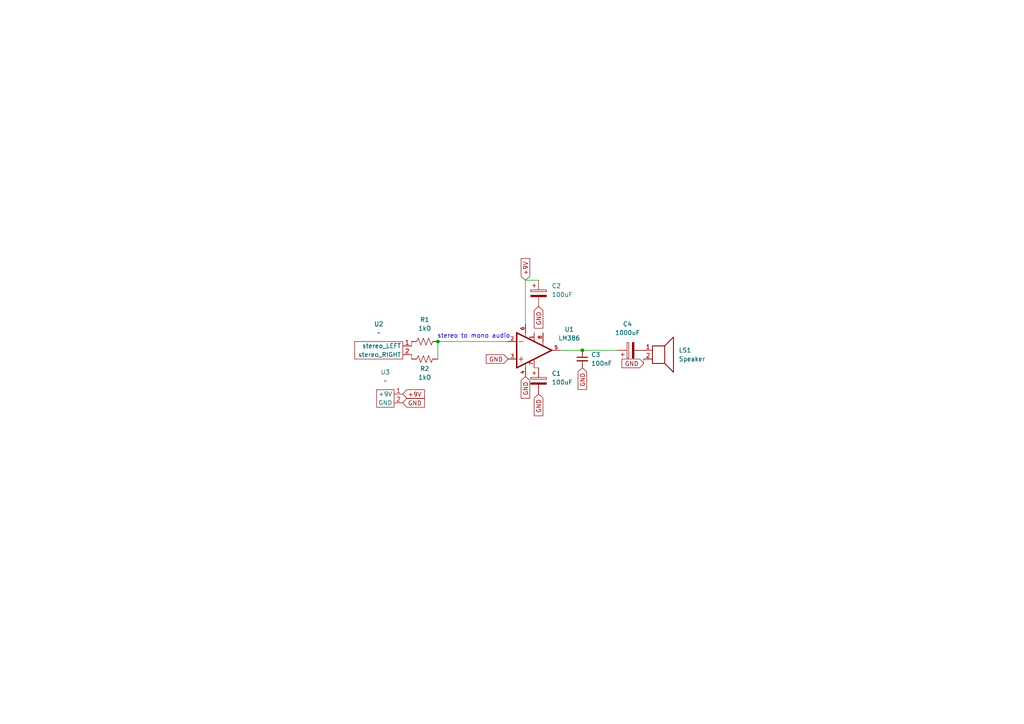
<source format=kicad_sch>
(kicad_sch
	(version 20250114)
	(generator "eeschema")
	(generator_version "9.0")
	(uuid "ecf8aec5-1626-4149-9fda-2c081ab33ce8")
	(paper "A4")
	(lib_symbols
		(symbol "Audio amp:_1_stereo_earphone_ports"
			(exclude_from_sim no)
			(in_bom yes)
			(on_board yes)
			(property "Reference" "U"
				(at 0 0 0)
				(effects
					(font
						(size 1.27 1.27)
					)
				)
			)
			(property "Value" ""
				(at 0 0 0)
				(effects
					(font
						(size 1.27 1.27)
					)
				)
			)
			(property "Footprint" ""
				(at 0 0 0)
				(effects
					(font
						(size 1.27 1.27)
					)
					(hide yes)
				)
			)
			(property "Datasheet" ""
				(at 0 0 0)
				(effects
					(font
						(size 1.27 1.27)
					)
					(hide yes)
				)
			)
			(property "Description" ""
				(at 0 0 0)
				(effects
					(font
						(size 1.27 1.27)
					)
					(hide yes)
				)
			)
			(symbol "_1_stereo_earphone_ports_0_1"
				(rectangle
					(start -6.35 -6.35)
					(end 7.62 -1.27)
					(stroke
						(width 0)
						(type default)
					)
					(fill
						(type none)
					)
				)
			)
			(symbol "_1_stereo_earphone_ports_1_1"
				(pin output line
					(at 10.16 -2.54 180)
					(length 2.54)
					(name "stereo_LEFT"
						(effects
							(font
								(size 1.27 1.27)
							)
						)
					)
					(number "1"
						(effects
							(font
								(size 1.27 1.27)
							)
						)
					)
				)
				(pin output line
					(at 10.16 -5.08 180)
					(length 2.54)
					(name "stereo_RIGHT"
						(effects
							(font
								(size 1.27 1.27)
							)
						)
					)
					(number "2"
						(effects
							(font
								(size 1.27 1.27)
							)
						)
					)
				)
			)
			(embedded_fonts no)
		)
		(symbol "Audio amp:_2_power"
			(exclude_from_sim no)
			(in_bom yes)
			(on_board yes)
			(property "Reference" "U"
				(at 0 0 0)
				(effects
					(font
						(size 1.27 1.27)
					)
				)
			)
			(property "Value" ""
				(at 0 0 0)
				(effects
					(font
						(size 1.27 1.27)
					)
				)
			)
			(property "Footprint" ""
				(at 0 0 0)
				(effects
					(font
						(size 1.27 1.27)
					)
					(hide yes)
				)
			)
			(property "Datasheet" ""
				(at 0 0 0)
				(effects
					(font
						(size 1.27 1.27)
					)
					(hide yes)
				)
			)
			(property "Description" ""
				(at 0 0 0)
				(effects
					(font
						(size 1.27 1.27)
					)
					(hide yes)
				)
			)
			(symbol "_2_power_0_1"
				(rectangle
					(start -5.08 -1.27)
					(end 0 -6.35)
					(stroke
						(width 0)
						(type default)
					)
					(fill
						(type none)
					)
				)
			)
			(symbol "_2_power_1_1"
				(pin output line
					(at 2.54 -2.54 180)
					(length 2.54)
					(name "+9V"
						(effects
							(font
								(size 1.27 1.27)
							)
						)
					)
					(number "1"
						(effects
							(font
								(size 1.27 1.27)
							)
						)
					)
				)
				(pin input line
					(at 2.54 -5.08 180)
					(length 2.54)
					(name "GND"
						(effects
							(font
								(size 1.27 1.27)
							)
						)
					)
					(number "2"
						(effects
							(font
								(size 1.27 1.27)
							)
						)
					)
				)
			)
			(embedded_fonts no)
		)
		(symbol "Device:C_Polarized"
			(pin_numbers
				(hide yes)
			)
			(pin_names
				(offset 0.254)
			)
			(exclude_from_sim no)
			(in_bom yes)
			(on_board yes)
			(property "Reference" "C"
				(at 0.635 2.54 0)
				(effects
					(font
						(size 1.27 1.27)
					)
					(justify left)
				)
			)
			(property "Value" "C_Polarized"
				(at 0.635 -2.54 0)
				(effects
					(font
						(size 1.27 1.27)
					)
					(justify left)
				)
			)
			(property "Footprint" ""
				(at 0.9652 -3.81 0)
				(effects
					(font
						(size 1.27 1.27)
					)
					(hide yes)
				)
			)
			(property "Datasheet" "~"
				(at 0 0 0)
				(effects
					(font
						(size 1.27 1.27)
					)
					(hide yes)
				)
			)
			(property "Description" "Polarized capacitor"
				(at 0 0 0)
				(effects
					(font
						(size 1.27 1.27)
					)
					(hide yes)
				)
			)
			(property "ki_keywords" "cap capacitor"
				(at 0 0 0)
				(effects
					(font
						(size 1.27 1.27)
					)
					(hide yes)
				)
			)
			(property "ki_fp_filters" "CP_*"
				(at 0 0 0)
				(effects
					(font
						(size 1.27 1.27)
					)
					(hide yes)
				)
			)
			(symbol "C_Polarized_0_1"
				(rectangle
					(start -2.286 0.508)
					(end 2.286 1.016)
					(stroke
						(width 0)
						(type default)
					)
					(fill
						(type none)
					)
				)
				(polyline
					(pts
						(xy -1.778 2.286) (xy -0.762 2.286)
					)
					(stroke
						(width 0)
						(type default)
					)
					(fill
						(type none)
					)
				)
				(polyline
					(pts
						(xy -1.27 2.794) (xy -1.27 1.778)
					)
					(stroke
						(width 0)
						(type default)
					)
					(fill
						(type none)
					)
				)
				(rectangle
					(start 2.286 -0.508)
					(end -2.286 -1.016)
					(stroke
						(width 0)
						(type default)
					)
					(fill
						(type outline)
					)
				)
			)
			(symbol "C_Polarized_1_1"
				(pin passive line
					(at 0 3.81 270)
					(length 2.794)
					(name "~"
						(effects
							(font
								(size 1.27 1.27)
							)
						)
					)
					(number "1"
						(effects
							(font
								(size 1.27 1.27)
							)
						)
					)
				)
				(pin passive line
					(at 0 -3.81 90)
					(length 2.794)
					(name "~"
						(effects
							(font
								(size 1.27 1.27)
							)
						)
					)
					(number "2"
						(effects
							(font
								(size 1.27 1.27)
							)
						)
					)
				)
			)
			(embedded_fonts no)
		)
		(symbol "Device:C_Small"
			(pin_numbers
				(hide yes)
			)
			(pin_names
				(offset 0.254)
				(hide yes)
			)
			(exclude_from_sim no)
			(in_bom yes)
			(on_board yes)
			(property "Reference" "C"
				(at 0.254 1.778 0)
				(effects
					(font
						(size 1.27 1.27)
					)
					(justify left)
				)
			)
			(property "Value" "C_Small"
				(at 0.254 -2.032 0)
				(effects
					(font
						(size 1.27 1.27)
					)
					(justify left)
				)
			)
			(property "Footprint" ""
				(at 0 0 0)
				(effects
					(font
						(size 1.27 1.27)
					)
					(hide yes)
				)
			)
			(property "Datasheet" "~"
				(at 0 0 0)
				(effects
					(font
						(size 1.27 1.27)
					)
					(hide yes)
				)
			)
			(property "Description" "Unpolarized capacitor, small symbol"
				(at 0 0 0)
				(effects
					(font
						(size 1.27 1.27)
					)
					(hide yes)
				)
			)
			(property "ki_keywords" "capacitor cap"
				(at 0 0 0)
				(effects
					(font
						(size 1.27 1.27)
					)
					(hide yes)
				)
			)
			(property "ki_fp_filters" "C_*"
				(at 0 0 0)
				(effects
					(font
						(size 1.27 1.27)
					)
					(hide yes)
				)
			)
			(symbol "C_Small_0_1"
				(polyline
					(pts
						(xy -1.524 0.508) (xy 1.524 0.508)
					)
					(stroke
						(width 0.3048)
						(type default)
					)
					(fill
						(type none)
					)
				)
				(polyline
					(pts
						(xy -1.524 -0.508) (xy 1.524 -0.508)
					)
					(stroke
						(width 0.3302)
						(type default)
					)
					(fill
						(type none)
					)
				)
			)
			(symbol "C_Small_1_1"
				(pin passive line
					(at 0 2.54 270)
					(length 2.032)
					(name "~"
						(effects
							(font
								(size 1.27 1.27)
							)
						)
					)
					(number "1"
						(effects
							(font
								(size 1.27 1.27)
							)
						)
					)
				)
				(pin passive line
					(at 0 -2.54 90)
					(length 2.032)
					(name "~"
						(effects
							(font
								(size 1.27 1.27)
							)
						)
					)
					(number "2"
						(effects
							(font
								(size 1.27 1.27)
							)
						)
					)
				)
			)
			(embedded_fonts no)
		)
		(symbol "Device:R_US"
			(pin_numbers
				(hide yes)
			)
			(pin_names
				(offset 0)
			)
			(exclude_from_sim no)
			(in_bom yes)
			(on_board yes)
			(property "Reference" "R"
				(at 2.54 0 90)
				(effects
					(font
						(size 1.27 1.27)
					)
				)
			)
			(property "Value" "R_US"
				(at -2.54 0 90)
				(effects
					(font
						(size 1.27 1.27)
					)
				)
			)
			(property "Footprint" ""
				(at 1.016 -0.254 90)
				(effects
					(font
						(size 1.27 1.27)
					)
					(hide yes)
				)
			)
			(property "Datasheet" "~"
				(at 0 0 0)
				(effects
					(font
						(size 1.27 1.27)
					)
					(hide yes)
				)
			)
			(property "Description" "Resistor, US symbol"
				(at 0 0 0)
				(effects
					(font
						(size 1.27 1.27)
					)
					(hide yes)
				)
			)
			(property "ki_keywords" "R res resistor"
				(at 0 0 0)
				(effects
					(font
						(size 1.27 1.27)
					)
					(hide yes)
				)
			)
			(property "ki_fp_filters" "R_*"
				(at 0 0 0)
				(effects
					(font
						(size 1.27 1.27)
					)
					(hide yes)
				)
			)
			(symbol "R_US_0_1"
				(polyline
					(pts
						(xy 0 2.286) (xy 0 2.54)
					)
					(stroke
						(width 0)
						(type default)
					)
					(fill
						(type none)
					)
				)
				(polyline
					(pts
						(xy 0 2.286) (xy 1.016 1.905) (xy 0 1.524) (xy -1.016 1.143) (xy 0 0.762)
					)
					(stroke
						(width 0)
						(type default)
					)
					(fill
						(type none)
					)
				)
				(polyline
					(pts
						(xy 0 0.762) (xy 1.016 0.381) (xy 0 0) (xy -1.016 -0.381) (xy 0 -0.762)
					)
					(stroke
						(width 0)
						(type default)
					)
					(fill
						(type none)
					)
				)
				(polyline
					(pts
						(xy 0 -0.762) (xy 1.016 -1.143) (xy 0 -1.524) (xy -1.016 -1.905) (xy 0 -2.286)
					)
					(stroke
						(width 0)
						(type default)
					)
					(fill
						(type none)
					)
				)
				(polyline
					(pts
						(xy 0 -2.286) (xy 0 -2.54)
					)
					(stroke
						(width 0)
						(type default)
					)
					(fill
						(type none)
					)
				)
			)
			(symbol "R_US_1_1"
				(pin passive line
					(at 0 3.81 270)
					(length 1.27)
					(name "~"
						(effects
							(font
								(size 1.27 1.27)
							)
						)
					)
					(number "1"
						(effects
							(font
								(size 1.27 1.27)
							)
						)
					)
				)
				(pin passive line
					(at 0 -3.81 90)
					(length 1.27)
					(name "~"
						(effects
							(font
								(size 1.27 1.27)
							)
						)
					)
					(number "2"
						(effects
							(font
								(size 1.27 1.27)
							)
						)
					)
				)
			)
			(embedded_fonts no)
		)
		(symbol "Device:Speaker"
			(pin_names
				(offset 0)
				(hide yes)
			)
			(exclude_from_sim no)
			(in_bom yes)
			(on_board yes)
			(property "Reference" "LS"
				(at 1.27 5.715 0)
				(effects
					(font
						(size 1.27 1.27)
					)
					(justify right)
				)
			)
			(property "Value" "Speaker"
				(at 1.27 3.81 0)
				(effects
					(font
						(size 1.27 1.27)
					)
					(justify right)
				)
			)
			(property "Footprint" ""
				(at 0 -5.08 0)
				(effects
					(font
						(size 1.27 1.27)
					)
					(hide yes)
				)
			)
			(property "Datasheet" "~"
				(at -0.254 -1.27 0)
				(effects
					(font
						(size 1.27 1.27)
					)
					(hide yes)
				)
			)
			(property "Description" "Speaker"
				(at 0 0 0)
				(effects
					(font
						(size 1.27 1.27)
					)
					(hide yes)
				)
			)
			(property "ki_keywords" "speaker sound"
				(at 0 0 0)
				(effects
					(font
						(size 1.27 1.27)
					)
					(hide yes)
				)
			)
			(symbol "Speaker_0_0"
				(rectangle
					(start -2.54 1.27)
					(end 1.016 -3.81)
					(stroke
						(width 0.254)
						(type default)
					)
					(fill
						(type none)
					)
				)
				(polyline
					(pts
						(xy 1.016 1.27) (xy 3.556 3.81) (xy 3.556 -6.35) (xy 1.016 -3.81)
					)
					(stroke
						(width 0.254)
						(type default)
					)
					(fill
						(type none)
					)
				)
			)
			(symbol "Speaker_1_1"
				(pin input line
					(at -5.08 0 0)
					(length 2.54)
					(name "1"
						(effects
							(font
								(size 1.27 1.27)
							)
						)
					)
					(number "1"
						(effects
							(font
								(size 1.27 1.27)
							)
						)
					)
				)
				(pin input line
					(at -5.08 -2.54 0)
					(length 2.54)
					(name "2"
						(effects
							(font
								(size 1.27 1.27)
							)
						)
					)
					(number "2"
						(effects
							(font
								(size 1.27 1.27)
							)
						)
					)
				)
			)
			(embedded_fonts no)
		)
		(symbol "LM386:LM386"
			(pin_names
				(offset 1.016)
			)
			(exclude_from_sim no)
			(in_bom yes)
			(on_board yes)
			(property "Reference" "U"
				(at 5.0898 -5.726 0)
				(effects
					(font
						(size 1.27 1.27)
					)
					(justify left top)
				)
			)
			(property "Value" "LM386"
				(at 5.0836 5.0836 0)
				(effects
					(font
						(size 1.27 1.27)
					)
					(justify left top)
				)
			)
			(property "Footprint" "LM386:DIP08"
				(at 0 0 0)
				(effects
					(font
						(size 1.27 1.27)
					)
					(justify bottom)
					(hide yes)
				)
			)
			(property "Datasheet" ""
				(at 0 0 0)
				(effects
					(font
						(size 1.27 1.27)
					)
					(hide yes)
				)
			)
			(property "Description" ""
				(at 0 0 0)
				(effects
					(font
						(size 1.27 1.27)
					)
					(hide yes)
				)
			)
			(property "MF" "Texas Instruments"
				(at 0 0 0)
				(effects
					(font
						(size 1.27 1.27)
					)
					(justify bottom)
					(hide yes)
				)
			)
			(property "Description_1" "Audio Amp Speaker 1-CH Mono 0.325W Class-AB 8-Pin VSSOP T/R"
				(at 0 0 0)
				(effects
					(font
						(size 1.27 1.27)
					)
					(justify bottom)
					(hide yes)
				)
			)
			(property "Package" "DIP-8 Rochester Electronics, LLC"
				(at 0 0 0)
				(effects
					(font
						(size 1.27 1.27)
					)
					(justify bottom)
					(hide yes)
				)
			)
			(property "Price" "None"
				(at 0 0 0)
				(effects
					(font
						(size 1.27 1.27)
					)
					(justify bottom)
					(hide yes)
				)
			)
			(property "SnapEDA_Link" "https://www.snapeda.com/parts/LM386/Texas+Instruments/view-part/?ref=snap"
				(at 0 0 0)
				(effects
					(font
						(size 1.27 1.27)
					)
					(justify bottom)
					(hide yes)
				)
			)
			(property "MP" "LM386"
				(at 0 0 0)
				(effects
					(font
						(size 1.27 1.27)
					)
					(justify bottom)
					(hide yes)
				)
			)
			(property "Availability" "In Stock"
				(at 0 0 0)
				(effects
					(font
						(size 1.27 1.27)
					)
					(justify bottom)
					(hide yes)
				)
			)
			(property "Check_prices" "https://www.snapeda.com/parts/LM386/Texas+Instruments/view-part/?ref=eda"
				(at 0 0 0)
				(effects
					(font
						(size 1.27 1.27)
					)
					(justify bottom)
					(hide yes)
				)
			)
			(symbol "LM386_0_0"
				(polyline
					(pts
						(xy -2.54 5.08) (xy 5.08 1.27)
					)
					(stroke
						(width 0.4064)
						(type default)
					)
					(fill
						(type none)
					)
				)
				(polyline
					(pts
						(xy -2.54 -5.08) (xy -2.54 5.08)
					)
					(stroke
						(width 0.4064)
						(type default)
					)
					(fill
						(type none)
					)
				)
				(polyline
					(pts
						(xy -1.905 2.54) (xy -0.635 2.54)
					)
					(stroke
						(width 0.1524)
						(type default)
					)
					(fill
						(type none)
					)
				)
				(polyline
					(pts
						(xy -1.905 -2.54) (xy -0.635 -2.54)
					)
					(stroke
						(width 0.1524)
						(type default)
					)
					(fill
						(type none)
					)
				)
				(polyline
					(pts
						(xy -1.27 -3.175) (xy -1.27 -1.905)
					)
					(stroke
						(width 0.1524)
						(type default)
					)
					(fill
						(type none)
					)
				)
				(polyline
					(pts
						(xy 0 3.9116) (xy 0 5.08)
					)
					(stroke
						(width 0.1524)
						(type default)
					)
					(fill
						(type none)
					)
				)
				(polyline
					(pts
						(xy 0 -5.08) (xy 0 -3.8862)
					)
					(stroke
						(width 0.1524)
						(type default)
					)
					(fill
						(type none)
					)
				)
				(polyline
					(pts
						(xy 5.08 1.27) (xy 5.08 2.54)
					)
					(stroke
						(width 0.1524)
						(type default)
					)
					(fill
						(type none)
					)
				)
				(polyline
					(pts
						(xy 5.08 1.27) (xy 7.62 0)
					)
					(stroke
						(width 0.4064)
						(type default)
					)
					(fill
						(type none)
					)
				)
				(polyline
					(pts
						(xy 7.62 0) (xy -2.54 -5.08)
					)
					(stroke
						(width 0.4064)
						(type default)
					)
					(fill
						(type none)
					)
				)
				(pin input line
					(at -5.08 2.54 0)
					(length 2.54)
					(name "~"
						(effects
							(font
								(size 1.016 1.016)
							)
						)
					)
					(number "2"
						(effects
							(font
								(size 1.016 1.016)
							)
						)
					)
				)
				(pin input line
					(at -5.08 -2.54 0)
					(length 2.54)
					(name "~"
						(effects
							(font
								(size 1.016 1.016)
							)
						)
					)
					(number "3"
						(effects
							(font
								(size 1.016 1.016)
							)
						)
					)
				)
				(pin power_in line
					(at 0 7.62 270)
					(length 2.54)
					(name "~"
						(effects
							(font
								(size 1.016 1.016)
							)
						)
					)
					(number "6"
						(effects
							(font
								(size 1.016 1.016)
							)
						)
					)
				)
				(pin power_in line
					(at 0 -7.62 90)
					(length 2.54)
					(name "~"
						(effects
							(font
								(size 1.016 1.016)
							)
						)
					)
					(number "4"
						(effects
							(font
								(size 1.016 1.016)
							)
						)
					)
				)
				(pin bidirectional line
					(at 2.54 5.08 270)
					(length 2.54)
					(name "~"
						(effects
							(font
								(size 1.016 1.016)
							)
						)
					)
					(number "1"
						(effects
							(font
								(size 1.016 1.016)
							)
						)
					)
				)
				(pin bidirectional line
					(at 2.54 -5.08 90)
					(length 2.54)
					(name "~"
						(effects
							(font
								(size 1.016 1.016)
							)
						)
					)
					(number "7"
						(effects
							(font
								(size 1.016 1.016)
							)
						)
					)
				)
				(pin bidirectional line
					(at 5.08 5.08 270)
					(length 2.54)
					(name "~"
						(effects
							(font
								(size 1.016 1.016)
							)
						)
					)
					(number "8"
						(effects
							(font
								(size 1.016 1.016)
							)
						)
					)
				)
				(pin output line
					(at 10.16 0 180)
					(length 2.54)
					(name "~"
						(effects
							(font
								(size 1.016 1.016)
							)
						)
					)
					(number "5"
						(effects
							(font
								(size 1.016 1.016)
							)
						)
					)
				)
			)
			(embedded_fonts no)
		)
	)
	(text "stereo to mono audio"
		(exclude_from_sim no)
		(at 137.414 97.536 0)
		(effects
			(font
				(size 1.27 1.27)
			)
		)
		(uuid "af8bc2ba-a809-429c-a508-d2a6c8352d6c")
	)
	(junction
		(at 168.91 101.6)
		(diameter 0)
		(color 0 0 0 0)
		(uuid "4f7904fa-5d25-4aa4-92cf-fac531c55694")
	)
	(junction
		(at 127 99.06)
		(diameter 0)
		(color 0 0 0 0)
		(uuid "95d63599-f667-441d-95cc-f7062a6ab273")
	)
	(wire
		(pts
			(xy 162.56 101.6) (xy 168.91 101.6)
		)
		(stroke
			(width 0)
			(type default)
		)
		(uuid "28a9fb8d-4646-4697-9579-489001964479")
	)
	(wire
		(pts
			(xy 127 99.06) (xy 127 104.14)
		)
		(stroke
			(width 0)
			(type default)
		)
		(uuid "34a0c53b-2257-4679-b5b3-bfefa69ef618")
	)
	(wire
		(pts
			(xy 156.21 106.68) (xy 154.94 106.68)
		)
		(stroke
			(width 0)
			(type default)
		)
		(uuid "3abd418d-35c0-4c17-9a01-2b7417a0c590")
	)
	(wire
		(pts
			(xy 147.32 99.06) (xy 127 99.06)
		)
		(stroke
			(width 0)
			(type default)
		)
		(uuid "55ff88b4-aade-4ffc-b339-832b0c64a5f3")
	)
	(wire
		(pts
			(xy 168.91 101.6) (xy 179.07 101.6)
		)
		(stroke
			(width 0)
			(type default)
		)
		(uuid "5e0e9813-5763-4ec8-a400-a1e144a87e70")
	)
	(wire
		(pts
			(xy 152.4 81.28) (xy 152.4 93.98)
		)
		(stroke
			(width 0)
			(type default)
		)
		(uuid "6f82ba69-ff72-4f09-923e-1bd5d590101b")
	)
	(wire
		(pts
			(xy 186.69 104.14) (xy 186.69 105.41)
		)
		(stroke
			(width 0)
			(type default)
		)
		(uuid "ab347ef3-573a-4f4e-b022-f026a61b11ae")
	)
	(wire
		(pts
			(xy 119.38 102.87) (xy 119.38 104.14)
		)
		(stroke
			(width 0)
			(type default)
		)
		(uuid "cac8da07-2fc9-4535-b82c-32acba560fa3")
	)
	(wire
		(pts
			(xy 152.4 81.28) (xy 156.21 81.28)
		)
		(stroke
			(width 0)
			(type default)
		)
		(uuid "dc27a37d-46ee-4947-9e8b-4c7fb779ddc1")
	)
	(wire
		(pts
			(xy 119.38 99.06) (xy 119.38 100.33)
		)
		(stroke
			(width 0)
			(type default)
		)
		(uuid "e8eb6893-3fda-402f-a8c5-cce942434978")
	)
	(global_label "GND"
		(shape input)
		(at 156.21 88.9 270)
		(fields_autoplaced yes)
		(effects
			(font
				(size 1.27 1.27)
			)
			(justify right)
		)
		(uuid "134f4d8c-fbcd-4718-8d69-66dd6f9b6e9c")
		(property "Intersheetrefs" "${INTERSHEET_REFS}"
			(at 156.21 95.7557 90)
			(effects
				(font
					(size 1.27 1.27)
				)
				(justify right)
				(hide yes)
			)
		)
	)
	(global_label "+9V"
		(shape input)
		(at 152.4 81.28 90)
		(fields_autoplaced yes)
		(effects
			(font
				(size 1.27 1.27)
			)
			(justify left)
		)
		(uuid "1b20d48b-277a-4a2e-beb2-d8257ee3649f")
		(property "Intersheetrefs" "${INTERSHEET_REFS}"
			(at 152.4 74.4243 90)
			(effects
				(font
					(size 1.27 1.27)
				)
				(justify left)
				(hide yes)
			)
		)
	)
	(global_label "GND"
		(shape input)
		(at 156.21 114.3 270)
		(fields_autoplaced yes)
		(effects
			(font
				(size 1.27 1.27)
			)
			(justify right)
		)
		(uuid "395394bd-19eb-438a-82d0-470189fe1c40")
		(property "Intersheetrefs" "${INTERSHEET_REFS}"
			(at 156.21 121.1557 90)
			(effects
				(font
					(size 1.27 1.27)
				)
				(justify right)
				(hide yes)
			)
		)
	)
	(global_label "GND"
		(shape input)
		(at 147.32 104.14 180)
		(fields_autoplaced yes)
		(effects
			(font
				(size 1.27 1.27)
			)
			(justify right)
		)
		(uuid "49a17f47-05fe-455b-92e3-600153b3b552")
		(property "Intersheetrefs" "${INTERSHEET_REFS}"
			(at 140.4643 104.14 0)
			(effects
				(font
					(size 1.27 1.27)
				)
				(justify right)
				(hide yes)
			)
		)
	)
	(global_label "GND"
		(shape input)
		(at 116.84 116.84 0)
		(fields_autoplaced yes)
		(effects
			(font
				(size 1.27 1.27)
			)
			(justify left)
		)
		(uuid "8c65f9e0-447e-4db4-be6c-43273f932d18")
		(property "Intersheetrefs" "${INTERSHEET_REFS}"
			(at 123.6957 116.84 0)
			(effects
				(font
					(size 1.27 1.27)
				)
				(justify left)
				(hide yes)
			)
		)
	)
	(global_label "+9V"
		(shape input)
		(at 116.84 114.3 0)
		(fields_autoplaced yes)
		(effects
			(font
				(size 1.27 1.27)
			)
			(justify left)
		)
		(uuid "917e39de-a878-48d1-8756-5a222e6e3ad8")
		(property "Intersheetrefs" "${INTERSHEET_REFS}"
			(at 123.6957 114.3 0)
			(effects
				(font
					(size 1.27 1.27)
				)
				(justify left)
				(hide yes)
			)
		)
	)
	(global_label "GND"
		(shape input)
		(at 152.4 109.22 270)
		(fields_autoplaced yes)
		(effects
			(font
				(size 1.27 1.27)
			)
			(justify right)
		)
		(uuid "b98185d7-7357-43b7-87cf-d545539528c9")
		(property "Intersheetrefs" "${INTERSHEET_REFS}"
			(at 152.4 116.0757 90)
			(effects
				(font
					(size 1.27 1.27)
				)
				(justify right)
				(hide yes)
			)
		)
	)
	(global_label "GND"
		(shape input)
		(at 186.69 105.41 180)
		(fields_autoplaced yes)
		(effects
			(font
				(size 1.27 1.27)
			)
			(justify right)
		)
		(uuid "d2abac51-8431-40ef-8330-32baf97a14bc")
		(property "Intersheetrefs" "${INTERSHEET_REFS}"
			(at 179.8343 105.41 0)
			(effects
				(font
					(size 1.27 1.27)
				)
				(justify right)
				(hide yes)
			)
		)
	)
	(global_label "GND"
		(shape input)
		(at 168.91 106.68 270)
		(fields_autoplaced yes)
		(effects
			(font
				(size 1.27 1.27)
			)
			(justify right)
		)
		(uuid "fe657e42-e251-4ad2-9b55-25cc8e3cf200")
		(property "Intersheetrefs" "${INTERSHEET_REFS}"
			(at 168.91 113.5357 90)
			(effects
				(font
					(size 1.27 1.27)
				)
				(justify right)
				(hide yes)
			)
		)
	)
	(symbol
		(lib_id "Device:C_Small")
		(at 168.91 104.14 0)
		(unit 1)
		(exclude_from_sim no)
		(in_bom yes)
		(on_board yes)
		(dnp no)
		(fields_autoplaced yes)
		(uuid "02613d4c-56ed-451b-8732-baffa4ea2d1e")
		(property "Reference" "C3"
			(at 171.45 102.8762 0)
			(effects
				(font
					(size 1.27 1.27)
				)
				(justify left)
			)
		)
		(property "Value" "100nF"
			(at 171.45 105.4162 0)
			(effects
				(font
					(size 1.27 1.27)
				)
				(justify left)
			)
		)
		(property "Footprint" "Capacitor_THT:CP_Radial_D5.0mm_P2.50mm"
			(at 168.91 104.14 0)
			(effects
				(font
					(size 1.27 1.27)
				)
				(hide yes)
			)
		)
		(property "Datasheet" "~"
			(at 168.91 104.14 0)
			(effects
				(font
					(size 1.27 1.27)
				)
				(hide yes)
			)
		)
		(property "Description" "Unpolarized capacitor, small symbol"
			(at 168.91 104.14 0)
			(effects
				(font
					(size 1.27 1.27)
				)
				(hide yes)
			)
		)
		(pin "1"
			(uuid "30d83571-7ceb-4cfd-bb6d-37d86abd61c3")
		)
		(pin "2"
			(uuid "34e9d5bb-e97f-4ee6-a0a6-3ed2d109fa8b")
		)
		(instances
			(project ""
				(path "/ecf8aec5-1626-4149-9fda-2c081ab33ce8"
					(reference "C3")
					(unit 1)
				)
			)
		)
	)
	(symbol
		(lib_id "Device:R_US")
		(at 123.19 99.06 90)
		(unit 1)
		(exclude_from_sim no)
		(in_bom yes)
		(on_board yes)
		(dnp no)
		(fields_autoplaced yes)
		(uuid "2575d0c3-9364-4561-a981-cd6e47f3bd7f")
		(property "Reference" "R1"
			(at 123.19 92.71 90)
			(effects
				(font
					(size 1.27 1.27)
				)
			)
		)
		(property "Value" "1kO"
			(at 123.19 95.25 90)
			(effects
				(font
					(size 1.27 1.27)
				)
			)
		)
		(property "Footprint" "Resistor_THT:R_Axial_DIN0204_L3.6mm_D1.6mm_P7.62mm_Horizontal"
			(at 123.444 98.044 90)
			(effects
				(font
					(size 1.27 1.27)
				)
				(hide yes)
			)
		)
		(property "Datasheet" "~"
			(at 123.19 99.06 0)
			(effects
				(font
					(size 1.27 1.27)
				)
				(hide yes)
			)
		)
		(property "Description" "Resistor, US symbol"
			(at 123.19 99.06 0)
			(effects
				(font
					(size 1.27 1.27)
				)
				(hide yes)
			)
		)
		(pin "2"
			(uuid "3134d9ef-7fcd-4a22-a2c7-269f5371af83")
		)
		(pin "1"
			(uuid "235b78a1-c00d-405a-b65e-97630016f491")
		)
		(instances
			(project ""
				(path "/ecf8aec5-1626-4149-9fda-2c081ab33ce8"
					(reference "R1")
					(unit 1)
				)
			)
		)
	)
	(symbol
		(lib_id "Device:R_US")
		(at 123.19 104.14 270)
		(unit 1)
		(exclude_from_sim no)
		(in_bom yes)
		(on_board yes)
		(dnp no)
		(uuid "628268e1-23a2-4e48-9512-c95329785f55")
		(property "Reference" "R2"
			(at 123.19 106.934 90)
			(effects
				(font
					(size 1.27 1.27)
				)
			)
		)
		(property "Value" "1kO"
			(at 123.19 109.474 90)
			(effects
				(font
					(size 1.27 1.27)
				)
			)
		)
		(property "Footprint" "Resistor_THT:R_Axial_DIN0204_L3.6mm_D1.6mm_P7.62mm_Horizontal"
			(at 122.936 105.156 90)
			(effects
				(font
					(size 1.27 1.27)
				)
				(hide yes)
			)
		)
		(property "Datasheet" "~"
			(at 123.19 104.14 0)
			(effects
				(font
					(size 1.27 1.27)
				)
				(hide yes)
			)
		)
		(property "Description" "Resistor, US symbol"
			(at 123.19 104.14 0)
			(effects
				(font
					(size 1.27 1.27)
				)
				(hide yes)
			)
		)
		(pin "1"
			(uuid "d750c9f1-2d6b-4f75-9cde-feb73e2d0e32")
		)
		(pin "2"
			(uuid "5aac0c90-0bc9-49bb-8e1f-79d569e44f9b")
		)
		(instances
			(project ""
				(path "/ecf8aec5-1626-4149-9fda-2c081ab33ce8"
					(reference "R2")
					(unit 1)
				)
			)
		)
	)
	(symbol
		(lib_id "Device:C_Polarized")
		(at 156.21 110.49 0)
		(unit 1)
		(exclude_from_sim no)
		(in_bom yes)
		(on_board yes)
		(dnp no)
		(fields_autoplaced yes)
		(uuid "6dbb2f5f-a496-4100-83e3-99691a7def0a")
		(property "Reference" "C1"
			(at 160.02 108.3309 0)
			(effects
				(font
					(size 1.27 1.27)
				)
				(justify left)
			)
		)
		(property "Value" "100uF"
			(at 160.02 110.8709 0)
			(effects
				(font
					(size 1.27 1.27)
				)
				(justify left)
			)
		)
		(property "Footprint" "Capacitor_THT:CP_Radial_D5.0mm_P2.00mm"
			(at 157.1752 114.3 0)
			(effects
				(font
					(size 1.27 1.27)
				)
				(hide yes)
			)
		)
		(property "Datasheet" "~"
			(at 156.21 110.49 0)
			(effects
				(font
					(size 1.27 1.27)
				)
				(hide yes)
			)
		)
		(property "Description" "Polarized capacitor"
			(at 156.21 110.49 0)
			(effects
				(font
					(size 1.27 1.27)
				)
				(hide yes)
			)
		)
		(pin "1"
			(uuid "e9b4d60d-1d62-4d2c-a297-e902c1eb348e")
		)
		(pin "2"
			(uuid "e3569c39-a18a-4c36-9001-4845543a0083")
		)
		(instances
			(project ""
				(path "/ecf8aec5-1626-4149-9fda-2c081ab33ce8"
					(reference "C1")
					(unit 1)
				)
			)
		)
	)
	(symbol
		(lib_id "Device:C_Polarized")
		(at 182.88 101.6 90)
		(unit 1)
		(exclude_from_sim no)
		(in_bom yes)
		(on_board yes)
		(dnp no)
		(fields_autoplaced yes)
		(uuid "83147ec1-f69b-4806-bc57-694ed1d1e88a")
		(property "Reference" "C4"
			(at 181.991 93.98 90)
			(effects
				(font
					(size 1.27 1.27)
				)
			)
		)
		(property "Value" "1000uF"
			(at 181.991 96.52 90)
			(effects
				(font
					(size 1.27 1.27)
				)
			)
		)
		(property "Footprint" "Capacitor_THT:CP_Radial_D10.0mm_P5.00mm"
			(at 186.69 100.6348 0)
			(effects
				(font
					(size 1.27 1.27)
				)
				(hide yes)
			)
		)
		(property "Datasheet" "~"
			(at 182.88 101.6 0)
			(effects
				(font
					(size 1.27 1.27)
				)
				(hide yes)
			)
		)
		(property "Description" "Polarized capacitor"
			(at 182.88 101.6 0)
			(effects
				(font
					(size 1.27 1.27)
				)
				(hide yes)
			)
		)
		(pin "1"
			(uuid "3fdb2c6b-dd28-4c4d-951f-c31e056b5702")
		)
		(pin "2"
			(uuid "471deaba-4c9e-4c3b-8e86-6867824d5cf6")
		)
		(instances
			(project "low power audio amp"
				(path "/ecf8aec5-1626-4149-9fda-2c081ab33ce8"
					(reference "C4")
					(unit 1)
				)
			)
		)
	)
	(symbol
		(lib_id "Device:C_Polarized")
		(at 156.21 85.09 0)
		(unit 1)
		(exclude_from_sim no)
		(in_bom yes)
		(on_board yes)
		(dnp no)
		(fields_autoplaced yes)
		(uuid "83889234-3ec6-4165-94ed-9ecf47e0d7e5")
		(property "Reference" "C2"
			(at 160.02 82.9309 0)
			(effects
				(font
					(size 1.27 1.27)
				)
				(justify left)
			)
		)
		(property "Value" "100uF"
			(at 160.02 85.4709 0)
			(effects
				(font
					(size 1.27 1.27)
				)
				(justify left)
			)
		)
		(property "Footprint" "Capacitor_THT:CP_Radial_D5.0mm_P2.00mm"
			(at 157.1752 88.9 0)
			(effects
				(font
					(size 1.27 1.27)
				)
				(hide yes)
			)
		)
		(property "Datasheet" "~"
			(at 156.21 85.09 0)
			(effects
				(font
					(size 1.27 1.27)
				)
				(hide yes)
			)
		)
		(property "Description" "Polarized capacitor"
			(at 156.21 85.09 0)
			(effects
				(font
					(size 1.27 1.27)
				)
				(hide yes)
			)
		)
		(pin "1"
			(uuid "97550c16-c844-49a6-8ce8-a527e5515e6d")
		)
		(pin "2"
			(uuid "1b73b84b-9764-4144-8c15-82e88b5b8039")
		)
		(instances
			(project "low power audio amp"
				(path "/ecf8aec5-1626-4149-9fda-2c081ab33ce8"
					(reference "C2")
					(unit 1)
				)
			)
		)
	)
	(symbol
		(lib_id "LM386:LM386")
		(at 152.4 101.6 0)
		(unit 1)
		(exclude_from_sim no)
		(in_bom yes)
		(on_board yes)
		(dnp no)
		(fields_autoplaced yes)
		(uuid "8bc167d7-8920-4083-adbb-1a704f69993f")
		(property "Reference" "U1"
			(at 165.1 95.5292 0)
			(effects
				(font
					(size 1.27 1.27)
				)
			)
		)
		(property "Value" "LM386"
			(at 165.1 98.0692 0)
			(effects
				(font
					(size 1.27 1.27)
				)
			)
		)
		(property "Footprint" "LM386:DIP08"
			(at 152.4 101.6 0)
			(effects
				(font
					(size 1.27 1.27)
				)
				(justify bottom)
				(hide yes)
			)
		)
		(property "Datasheet" ""
			(at 152.4 101.6 0)
			(effects
				(font
					(size 1.27 1.27)
				)
				(hide yes)
			)
		)
		(property "Description" ""
			(at 152.4 101.6 0)
			(effects
				(font
					(size 1.27 1.27)
				)
				(hide yes)
			)
		)
		(property "MF" "Texas Instruments"
			(at 152.4 101.6 0)
			(effects
				(font
					(size 1.27 1.27)
				)
				(justify bottom)
				(hide yes)
			)
		)
		(property "Description_1" "Audio Amp Speaker 1-CH Mono 0.325W Class-AB 8-Pin VSSOP T/R"
			(at 152.4 101.6 0)
			(effects
				(font
					(size 1.27 1.27)
				)
				(justify bottom)
				(hide yes)
			)
		)
		(property "Package" "DIP-8 Rochester Electronics, LLC"
			(at 152.4 101.6 0)
			(effects
				(font
					(size 1.27 1.27)
				)
				(justify bottom)
				(hide yes)
			)
		)
		(property "Price" "None"
			(at 152.4 101.6 0)
			(effects
				(font
					(size 1.27 1.27)
				)
				(justify bottom)
				(hide yes)
			)
		)
		(property "SnapEDA_Link" "https://www.snapeda.com/parts/LM386/Texas+Instruments/view-part/?ref=snap"
			(at 152.4 101.6 0)
			(effects
				(font
					(size 1.27 1.27)
				)
				(justify bottom)
				(hide yes)
			)
		)
		(property "MP" "LM386"
			(at 152.4 101.6 0)
			(effects
				(font
					(size 1.27 1.27)
				)
				(justify bottom)
				(hide yes)
			)
		)
		(property "Availability" "In Stock"
			(at 152.4 101.6 0)
			(effects
				(font
					(size 1.27 1.27)
				)
				(justify bottom)
				(hide yes)
			)
		)
		(property "Check_prices" "https://www.snapeda.com/parts/LM386/Texas+Instruments/view-part/?ref=eda"
			(at 152.4 101.6 0)
			(effects
				(font
					(size 1.27 1.27)
				)
				(justify bottom)
				(hide yes)
			)
		)
		(pin "6"
			(uuid "34455e97-9024-4e91-88d2-46283ef42bc8")
		)
		(pin "3"
			(uuid "aeb5a9ae-b583-4299-81d8-e481d5e95bb6")
		)
		(pin "2"
			(uuid "a4824ce6-d12d-4be5-8e44-83f08c3da4f5")
		)
		(pin "7"
			(uuid "ea90debb-10a2-4add-82d8-91374a336803")
		)
		(pin "8"
			(uuid "dcb5e245-8dda-4296-9aac-6c53adbbd896")
		)
		(pin "1"
			(uuid "ab89bff3-b159-4965-a609-8c92171d2d6a")
		)
		(pin "4"
			(uuid "ba3f7040-c68a-460b-a8ad-5d2e1629deb8")
		)
		(pin "5"
			(uuid "a372079d-5f59-4197-a8c0-23186b4f73b0")
		)
		(instances
			(project ""
				(path "/ecf8aec5-1626-4149-9fda-2c081ab33ce8"
					(reference "U1")
					(unit 1)
				)
			)
		)
	)
	(symbol
		(lib_id "Audio amp:_2_power")
		(at 114.3 111.76 0)
		(unit 1)
		(exclude_from_sim no)
		(in_bom yes)
		(on_board yes)
		(dnp no)
		(fields_autoplaced yes)
		(uuid "a9b0dea6-2870-4f94-bb3e-836b9dc384b1")
		(property "Reference" "U3"
			(at 111.76 107.95 0)
			(effects
				(font
					(size 1.27 1.27)
				)
			)
		)
		(property "Value" "~"
			(at 111.76 110.49 0)
			(effects
				(font
					(size 1.27 1.27)
				)
			)
		)
		(property "Footprint" "Audio amp:Power"
			(at 114.3 111.76 0)
			(effects
				(font
					(size 1.27 1.27)
				)
				(hide yes)
			)
		)
		(property "Datasheet" ""
			(at 114.3 111.76 0)
			(effects
				(font
					(size 1.27 1.27)
				)
				(hide yes)
			)
		)
		(property "Description" ""
			(at 114.3 111.76 0)
			(effects
				(font
					(size 1.27 1.27)
				)
				(hide yes)
			)
		)
		(pin "1"
			(uuid "b8e5119a-06f1-46bf-b3ab-291719ec64ee")
		)
		(pin "2"
			(uuid "cc9eb770-3699-41b5-8a80-602e5ec560a7")
		)
		(instances
			(project ""
				(path "/ecf8aec5-1626-4149-9fda-2c081ab33ce8"
					(reference "U3")
					(unit 1)
				)
			)
		)
	)
	(symbol
		(lib_id "Device:Speaker")
		(at 191.77 101.6 0)
		(unit 1)
		(exclude_from_sim no)
		(in_bom yes)
		(on_board yes)
		(dnp no)
		(fields_autoplaced yes)
		(uuid "b6677484-668a-4880-bb36-2d01e3591b6e")
		(property "Reference" "LS1"
			(at 196.85 101.5999 0)
			(effects
				(font
					(size 1.27 1.27)
				)
				(justify left)
			)
		)
		(property "Value" "Speaker"
			(at 196.85 104.1399 0)
			(effects
				(font
					(size 1.27 1.27)
				)
				(justify left)
			)
		)
		(property "Footprint" "Persona;Library:2_3W_8O_Speaker"
			(at 191.77 106.68 0)
			(effects
				(font
					(size 1.27 1.27)
				)
				(hide yes)
			)
		)
		(property "Datasheet" "~"
			(at 191.516 102.87 0)
			(effects
				(font
					(size 1.27 1.27)
				)
				(hide yes)
			)
		)
		(property "Description" "Speaker"
			(at 191.77 101.6 0)
			(effects
				(font
					(size 1.27 1.27)
				)
				(hide yes)
			)
		)
		(pin "1"
			(uuid "1b93a0bf-99b6-439e-8b3d-80b02b4aa192")
		)
		(pin "2"
			(uuid "53b72542-5cc8-45f7-b6e5-d1e43ac0fbd9")
		)
		(instances
			(project ""
				(path "/ecf8aec5-1626-4149-9fda-2c081ab33ce8"
					(reference "LS1")
					(unit 1)
				)
			)
		)
	)
	(symbol
		(lib_id "Audio amp:_1_stereo_earphone_ports")
		(at 109.22 97.79 0)
		(unit 1)
		(exclude_from_sim no)
		(in_bom yes)
		(on_board yes)
		(dnp no)
		(fields_autoplaced yes)
		(uuid "d0d03eb1-4691-4eb3-a21d-dbbbb7ae5824")
		(property "Reference" "U2"
			(at 109.855 93.98 0)
			(effects
				(font
					(size 1.27 1.27)
				)
			)
		)
		(property "Value" "~"
			(at 109.855 96.52 0)
			(effects
				(font
					(size 1.27 1.27)
				)
			)
		)
		(property "Footprint" "Audio amp:earphone_stereo"
			(at 109.22 97.79 0)
			(effects
				(font
					(size 1.27 1.27)
				)
				(hide yes)
			)
		)
		(property "Datasheet" ""
			(at 109.22 97.79 0)
			(effects
				(font
					(size 1.27 1.27)
				)
				(hide yes)
			)
		)
		(property "Description" ""
			(at 109.22 97.79 0)
			(effects
				(font
					(size 1.27 1.27)
				)
				(hide yes)
			)
		)
		(pin "2"
			(uuid "69ade0ab-c98b-4edb-addc-53b5cae852be")
		)
		(pin "1"
			(uuid "bb0422bd-36aa-4e5b-9ccf-96e0c42be370")
		)
		(instances
			(project ""
				(path "/ecf8aec5-1626-4149-9fda-2c081ab33ce8"
					(reference "U2")
					(unit 1)
				)
			)
		)
	)
	(sheet_instances
		(path "/"
			(page "1")
		)
	)
	(embedded_fonts no)
)

</source>
